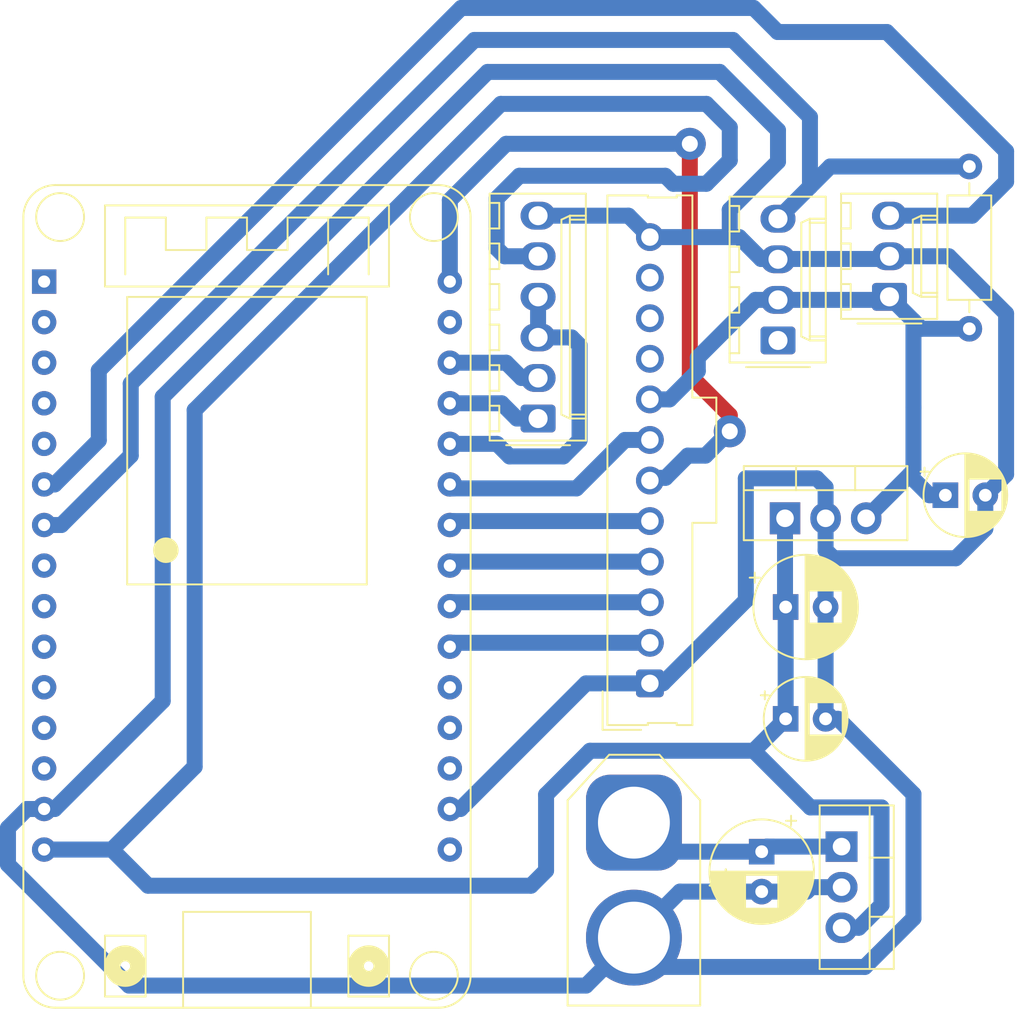
<source format=kicad_pcb>
(kicad_pcb (version 20241229) (generator "pcbnew") (generator_version "9.0")
  (layers (0 "F.Cu" signal) (2 "B.Cu" signal) (13 "F.Paste" user) (15 "B.Paste" user) (5 "F.SilkS" user "F.Silkscreen") (7 "B.SilkS" user "B.Silkscreen") (1 "F.Mask" user) (3 "B.Mask" user) (25 "Edge.Cuts" user))
  (net 0 "")
  (net 2 "+3.3V")
  (net 3 "GND")
  (net 4 "MISO_SPI_LoRa")
  (net 5 "MOSI_SPI_LoRa")
  (net 6 "SCK_CLOCK_SPI_LoRa")
  (net 8 "IRQ_SPI_LoRa")
  (net 10 "NSS_SPI_LoRa")
  (net 11 "SIG_DHT22")
  (net 12 "SIG_Guva-s12s")
  (net 13 "DE{slash}RE_TTL")
  (net 14 "DI_TTL")
  (net 15 "RO_TTL")
  (net 16 "RST_LoRa")
  (net 17 "+5V")
  (net 34 "Net-(J1-Pin_1)")
  (footprint "Package_TO_SOT_THT:TO-220-3_Vertical" (layer "F.Cu") (at 110.5 98.5 -90)
    (property "Reference" "U3" (hide yes))
    (property "Value" "LM7805_TO220")
    (pad "1" thru_hole rect (at 0 0 270) (size 1.905 2) (drill 1.1) (layers "*.Cu" "*.Mask") (net 34 "Net-(J1-Pin_1)"))
    (pad "2" thru_hole oval (at 2.54 0 270) (size 1.905 2) (drill 1.1) (layers "*.Cu" "*.Mask") (net 3 "GND"))
    (pad "3" thru_hole oval (at 5.08 0 270) (size 1.905 2) (drill 1.1) (layers "*.Cu" "*.Mask") (net 17 "+5V"))
  )
  (footprint "esp32_devkit_v1_doit:esp32_devkit_v1_doit" (layer "F.Cu") (at 73.275225 63.125)
    (property "Reference" "U2" (hide yes))
    (property "Value" "ESP32_DevKit_V1_DOIT")
    (pad "1" thru_hole rect (at -12.7 0) (size 1.524 1.524) (drill 0.762) (layers "*.Cu" "*.Mask"))
    (pad "2" thru_hole circle (at -12.7 2.54) (size 1.524 1.524) (drill 0.762) (layers "*.Cu" "*.Mask"))
    (pad "3" thru_hole circle (at -12.7 5.08) (size 1.524 1.524) (drill 0.762) (layers "*.Cu" "*.Mask"))
    (pad "4" thru_hole circle (at -12.7 7.62) (size 1.524 1.524) (drill 0.762) (layers "*.Cu" "*.Mask"))
    (pad "5" thru_hole circle (at -12.7 10.16) (size 1.524 1.524) (drill 0.762) (layers "*.Cu" "*.Mask"))
    (pad "6" thru_hole circle (at -12.7 12.7) (size 1.524 1.524) (drill 0.762) (layers "*.Cu" "*.Mask") (net 12 "SIG_Guva-s12s"))
    (pad "7" thru_hole circle (at -12.7 15.24) (size 1.524 1.524) (drill 0.762) (layers "*.Cu" "*.Mask") (net 11 "SIG_DHT22"))
    (pad "8" thru_hole circle (at -12.7 17.78) (size 1.524 1.524) (drill 0.762) (layers "*.Cu" "*.Mask"))
    (pad "9" thru_hole circle (at -12.7 20.32) (size 1.524 1.524) (drill 0.762) (layers "*.Cu" "*.Mask"))
    (pad "10" thru_hole circle (at -12.7 22.86) (size 1.524 1.524) (drill 0.762) (layers "*.Cu" "*.Mask"))
    (pad "11" thru_hole circle (at -12.7 25.4) (size 1.524 1.524) (drill 0.762) (layers "*.Cu" "*.Mask"))
    (pad "12" thru_hole circle (at -12.7 27.94) (size 1.524 1.524) (drill 0.762) (layers "*.Cu" "*.Mask"))
    (pad "13" thru_hole circle (at -12.7 30.48) (size 1.524 1.524) (drill 0.762) (layers "*.Cu" "*.Mask"))
    (pad "14" thru_hole circle (at -12.7 33.02) (size 1.524 1.524) (drill 0.762) (layers "*.Cu" "*.Mask") (net 3 "GND"))
    (pad "15" thru_hole circle (at -12.7 35.56) (size 1.524 1.524) (drill 0.762) (layers "*.Cu" "*.Mask") (net 17 "+5V"))
    (pad "16" thru_hole circle (at 12.7 35.56) (size 1.524 1.524) (drill 0.762) (layers "*.Cu" "*.Mask"))
    (pad "17" thru_hole circle (at 12.7 33.02) (size 1.524 1.524) (drill 0.762) (layers "*.Cu" "*.Mask") (net 3 "GND"))
    (pad "18" thru_hole circle (at 12.7 30.48) (size 1.524 1.524) (drill 0.762) (layers "*.Cu" "*.Mask"))
    (pad "19" thru_hole circle (at 12.7 27.94) (size 1.524 1.524) (drill 0.762) (layers "*.Cu" "*.Mask"))
    (pad "20" thru_hole circle (at 12.7 25.4) (size 1.524 1.524) (drill 0.762) (layers "*.Cu" "*.Mask"))
    (pad "21" thru_hole circle (at 12.7 22.86) (size 1.524 1.524) (drill 0.762) (layers "*.Cu" "*.Mask") (net 16 "RST_LoRa"))
    (pad "22" thru_hole circle (at 12.7 20.32) (size 1.524 1.524) (drill 0.762) (layers "*.Cu" "*.Mask") (net 8 "IRQ_SPI_LoRa"))
    (pad "23" thru_hole circle (at 12.7 17.78) (size 1.524 1.524) (drill 0.762) (layers "*.Cu" "*.Mask") (net 10 "NSS_SPI_LoRa"))
    (pad "24" thru_hole circle (at 12.7 15.24) (size 1.524 1.524) (drill 0.762) (layers "*.Cu" "*.Mask") (net 6 "SCK_CLOCK_SPI_LoRa"))
    (pad "25" thru_hole circle (at 12.7 12.7) (size 1.524 1.524) (drill 0.762) (layers "*.Cu" "*.Mask") (net 4 "MISO_SPI_LoRa"))
    (pad "26" thru_hole circle (at 12.7 10.16) (size 1.524 1.524) (drill 0.762) (layers "*.Cu" "*.Mask") (net 13 "DE{slash}RE_TTL"))
    (pad "27" thru_hole circle (at 12.7 7.62) (size 1.524 1.524) (drill 0.762) (layers "*.Cu" "*.Mask") (net 15 "RO_TTL"))
    (pad "28" thru_hole circle (at 12.7 5.08) (size 1.524 1.524) (drill 0.762) (layers "*.Cu" "*.Mask") (net 14 "DI_TTL"))
    (pad "29" thru_hole circle (at 12.7 2.54) (size 1.524 1.524) (drill 0.762) (layers "*.Cu" "*.Mask"))
    (pad "30" thru_hole circle (at 12.7 0) (size 1.524 1.524) (drill 0.762) (layers "*.Cu" "*.Mask") (net 5 "MOSI_SPI_LoRa"))
  )
  (footprint "Capacitor_THT:CP_Radial_D6.3mm_P2.50mm" (layer "F.Cu") (at 105.5 98.817621 -90)
    (property "Reference" "C3" (hide yes))
    (property "Value" "100uf/25v")
    (pad "1" thru_hole rect (at 0 0 270) (size 1.6 1.6) (drill 0.8) (layers "*.Cu" "*.Mask") (net 34 "Net-(J1-Pin_1)"))
    (pad "2" thru_hole circle (at 2.5 0 270) (size 1.6 1.6) (drill 0.8) (layers "*.Cu" "*.Mask") (net 3 "GND"))
  )
  (footprint "Connector_AMASS:AMASS_XT60-F_1x02_P7.20mm_Vertical" (layer "F.Cu") (at 97.5 97 -90)
    (property "Reference" "J1" (at 3.6 -5.3 90) (layer "F.SilkS"))
    (property "Value" "cnn")
    (pad "1" thru_hole roundrect (at 0 0 270) (size 6 6) (drill 4.5) (layers "*.Cu" "*.Mask") (net 34 "Net-(J1-Pin_1)"))
    (pad "2" thru_hole circle (at 7.2 0 270) (size 6 6) (drill 4.5) (layers "*.Cu" "*.Mask") (net 3 "GND"))
  )
  (footprint "Connector_Molex:Molex_KK-254_AE-6410-03A_1x03_P2.54mm_Vertical" (layer "F.Cu") (at 113.5 64.08 90)
    (property "Reference" "J4" (hide yes))
    (property "Value" "Guva-s12s")
    (pad "1" thru_hole roundrect (at 0 0 90) (size 1.74 2.19) (drill 1.19) (layers "*.Cu" "*.Mask") (roundrect_rratio 0.143678) (net 2 "+3.3V"))
    (pad "2" thru_hole oval (at 2.54 0 90) (size 1.74 2.19) (drill 1.19) (layers "*.Cu" "*.Mask") (net 3 "GND"))
    (pad "3" thru_hole oval (at 5.08 0 90) (size 1.74 2.19) (drill 1.19) (layers "*.Cu" "*.Mask") (net 12 "SIG_Guva-s12s"))
  )
  (footprint "Package_TO_SOT_THT:TO-220-3_Vertical" (layer "F.Cu") (at 106.96 77.945)
    (property "Reference" "U1" (hide yes))
    (property "Value" "LM7833_TO220")
    (pad "1" thru_hole rect (at 0 0) (size 1.905 2) (drill 1.1) (layers "*.Cu" "*.Mask") (net 17 "+5V"))
    (pad "2" thru_hole oval (at 2.54 0) (size 1.905 2) (drill 1.1) (layers "*.Cu" "*.Mask") (net 3 "GND"))
    (pad "3" thru_hole oval (at 5.08 0) (size 1.905 2) (drill 1.1) (layers "*.Cu" "*.Mask") (net 2 "+3.3V"))
  )
  (footprint "Capacitor_THT:CP_Radial_D5.0mm_P2.50mm" (layer "F.Cu") (at 117 76.5)
    (property "Reference" "C2" (hide yes))
    (property "Value" "10uf/25v")
    (pad "1" thru_hole rect (at 0 0) (size 1.6 1.6) (drill 0.8) (layers "*.Cu" "*.Mask") (net 2 "+3.3V"))
    (pad "2" thru_hole circle (at 2.5 0) (size 1.6 1.6) (drill 0.8) (layers "*.Cu" "*.Mask") (net 3 "GND"))
  )
  (footprint "Capacitor_THT:CP_Radial_D5.0mm_P2.50mm" (layer "F.Cu") (at 107 90.5)
    (property "Reference" "C4" (hide yes))
    (property "Value" "10uf/25v")
    (pad "1" thru_hole rect (at 0 0) (size 1.6 1.6) (drill 0.8) (layers "*.Cu" "*.Mask") (net 17 "+5V"))
    (pad "2" thru_hole circle (at 2.5 0) (size 1.6 1.6) (drill 0.8) (layers "*.Cu" "*.Mask") (net 3 "GND"))
  )
  (footprint "Resistor_THT:R_Axial_DIN0207_L6.3mm_D2.5mm_P10.16mm_Horizontal" (layer "F.Cu") (at 118.5 55.92 -90)
    (property "Reference" "R1" (hide yes))
    (property "Value" "30k")
    (pad "1" thru_hole circle (at 0 0 270) (size 1.6 1.6) (drill 0.8) (layers "*.Cu" "*.Mask") (net 11 "SIG_DHT22"))
    (pad "2" thru_hole oval (at 10.16 0 270) (size 1.6 1.6) (drill 0.8) (layers "*.Cu" "*.Mask") (net 2 "+3.3V"))
  )
  (footprint "Connector_Molex:Molex_KK-254_AE-6410-06A_1x06_P2.54mm_Vertical" (layer "F.Cu") (at 91.5 71.7 90)
    (property "Reference" "J5" (hide yes))
    (property "Value" "convertidor_TTL")
    (pad "1" thru_hole roundrect (at 0 0 90) (size 1.74 2.19) (drill 1.19) (layers "*.Cu" "*.Mask") (roundrect_rratio 0.143678) (net 15 "RO_TTL"))
    (pad "2" thru_hole oval (at 2.54 0 90) (size 1.74 2.19) (drill 1.19) (layers "*.Cu" "*.Mask") (net 14 "DI_TTL"))
    (pad "3" thru_hole oval (at 5.08 0 90) (size 1.74 2.19) (drill 1.19) (layers "*.Cu" "*.Mask") (net 13 "DE{slash}RE_TTL"))
    (pad "4" thru_hole oval (at 7.62 0 90) (size 1.74 2.19) (drill 1.19) (layers "*.Cu" "*.Mask") (net 13 "DE{slash}RE_TTL"))
    (pad "5" thru_hole oval (at 10.16 0 90) (size 1.74 2.19) (drill 1.19) (layers "*.Cu" "*.Mask") (net 17 "+5V"))
    (pad "6" thru_hole oval (at 12.7 0 90) (size 1.74 2.19) (drill 1.19) (layers "*.Cu" "*.Mask") (net 3 "GND"))
  )
  (footprint "Capacitor_THT:CP_Radial_D6.3mm_P2.50mm" (layer "F.Cu") (at 107 83.5)
    (property "Reference" "C1" (hide yes))
    (property "Value" "100uf/25v")
    (pad "1" thru_hole rect (at 0 0) (size 1.6 1.6) (drill 0.8) (layers "*.Cu" "*.Mask") (net 17 "+5V"))
    (pad "2" thru_hole circle (at 2.5 0) (size 1.6 1.6) (drill 0.8) (layers "*.Cu" "*.Mask") (net 3 "GND"))
  )
  (footprint "Connector_Molex:Molex_SL_171971-0012_1x12_P2.54mm_Vertical" (layer "F.Cu") (at 98.5 88.28 90)
    (property "Reference" "J2" (hide yes))
    (property "Value" "conector paramodulo lora")
    (pad "1" thru_hole roundrect (at 0 0 90) (size 1.74 1.74) (drill 1.09) (layers "*.Cu" "*.Mask") (roundrect_rratio 0.143678) (net 3 "GND"))
    (pad "2" thru_hole circle (at 2.54 0 90) (size 1.74 1.74) (drill 1.09) (layers "*.Cu" "*.Mask") (net 16 "RST_LoRa"))
    (pad "3" thru_hole circle (at 5.08 0 90) (size 1.74 1.74) (drill 1.09) (layers "*.Cu" "*.Mask") (net 8 "IRQ_SPI_LoRa"))
    (pad "4" thru_hole circle (at 7.62 0 90) (size 1.74 1.74) (drill 1.09) (layers "*.Cu" "*.Mask") (net 10 "NSS_SPI_LoRa"))
    (pad "5" thru_hole circle (at 10.16 0 90) (size 1.74 1.74) (drill 1.09) (layers "*.Cu" "*.Mask") (net 6 "SCK_CLOCK_SPI_LoRa"))
    (pad "6" thru_hole circle (at 12.7 0 90) (size 1.74 1.74) (drill 1.09) (layers "*.Cu" "*.Mask") (net 5 "MOSI_SPI_LoRa"))
    (pad "7" thru_hole circle (at 15.24 0 90) (size 1.74 1.74) (drill 1.09) (layers "*.Cu" "*.Mask") (net 4 "MISO_SPI_LoRa"))
    (pad "8" thru_hole circle (at 17.78 0 90) (size 1.74 1.74) (drill 1.09) (layers "*.Cu" "*.Mask") (net 2 "+3.3V"))
    (pad "9" thru_hole circle (at 20.32 0 90) (size 1.74 1.74) (drill 1.09) (layers "*.Cu" "*.Mask"))
    (pad "10" thru_hole circle (at 22.86 0 90) (size 1.74 1.74) (drill 1.09) (layers "*.Cu" "*.Mask"))
    (pad "11" thru_hole circle (at 25.4 0 90) (size 1.74 1.74) (drill 1.09) (layers "*.Cu" "*.Mask"))
    (pad "12" thru_hole circle (at 27.94 0 90) (size 1.74 1.74) (drill 1.09) (layers "*.Cu" "*.Mask") (net 3 "GND"))
  )
  (footprint "Connector_Molex:Molex_KK-254_AE-6410-04A_1x04_P2.54mm_Vertical" (layer "F.Cu") (at 106.52 66.81 90)
    (property "Reference" "J3" (hide yes))
    (property "Value" "dht22")
    (pad "1" thru_hole roundrect (at 0 0 90) (size 1.74 2.19) (drill 1.19) (layers "*.Cu" "*.Mask") (roundrect_rratio 0.143678))
    (pad "2" thru_hole oval (at 2.54 0 90) (size 1.74 2.19) (drill 1.19) (layers "*.Cu" "*.Mask") (net 2 "+3.3V"))
    (pad "3" thru_hole oval (at 5.08 0 90) (size 1.74 2.19) (drill 1.19) (layers "*.Cu" "*.Mask") (net 3 "GND"))
    (pad "4" thru_hole oval (at 7.62 0 90) (size 1.74 2.19) (drill 1.19) (layers "*.Cu" "*.Mask") (net 11 "SIG_DHT22"))
  )
  (segment (start 115.001 65.581) (end 115.001 71) (width 1) (layer "B.Cu") (net 2))
  (segment (start 113.5 64.08) (end 115.001 65.581) (width 1) (layer "B.Cu") (net 2))
  (segment (start 113.31 64.27) (end 113.5 64.08) (width 1) (layer "B.Cu") (net 2))
  (segment (start 101.5 68.730365) (end 101.5 67.881786) (width 1) (layer "B.Cu") (net 2))
  (segment (start 114.7425 75.2425) (end 116 76.5) (width 1) (layer "B.Cu") (net 2))
  (segment (start 115.001 71) (end 115.001 74.984) (width 1) (layer "B.Cu") (net 2))
  (segment (start 115.001 74.984) (end 114.7425 75.2425) (width 1) (layer "B.Cu") (net 2))
  (segment (start 118.5 66.08) (end 115.5 66.08) (width 1) (layer "B.Cu") (net 2))
  (segment (start 115.5 66.08) (end 115.001 65.581) (width 1) (layer "B.Cu") (net 2))
  (segment (start 116 76.5) (end 117 76.5) (width 1) (layer "B.Cu") (net 2))
  (segment (start 114.7425 75.2425) (end 112.04 77.945) (width 1) (layer "B.Cu") (net 2))
  (segment (start 99.730365 70.5) (end 101.5 68.730365) (width 1) (layer "B.Cu") (net 2))
  (segment (start 98.5 70.5) (end 99.730365 70.5) (width 1) (layer "B.Cu") (net 2))
  (segment (start 105.111786 64.27) (end 113.31 64.27) (width 1) (layer "B.Cu") (net 2))
  (segment (start 101.5 67.881786) (end 105.111786 64.27) (width 1) (layer "B.Cu") (net 2))
  (segment (start 110.5 101.04) (end 108.595 101.04) (width 1) (layer "B.Cu") (net 3))
  (segment (start 99.3335 106.0335) (end 97.5 104.2) (width 1) (layer "B.Cu") (net 3))
  (segment (start 67.999 70.341317) (end 88.342317 49.998) (width 1) (layer "B.Cu") (net 3))
  (segment (start 105.5 101.317621) (end 100.382379 101.317621) (width 1) (layer "B.Cu") (net 3))
  (segment (start 94.5 107.2) (end 97.5 104.2) (width 1) (layer "B.Cu") (net 3))
  (segment (start 88.342317 49.998) (end 102.864791 49.998) (width 1) (layer "B.Cu") (net 3))
  (segment (start 106.52 55.6119) (end 103.5 58.6319) (width 1) (layer "B.Cu") (net 3))
  (segment (start 117.214106 61.54) (end 120.801 65.126894) (width 1) (layer "B.Cu") (net 3))
  (segment (start 65.889859 107.2) (end 94.5 107.2) (width 1) (layer "B.Cu") (net 3))
  (segment (start 86.635591 96.145) (end 85.975225 96.145) (width 1) (layer "B.Cu") (net 3))
  (segment (start 60.575225 96.145) (end 59.497595 96.145) (width 1) (layer "B.Cu") (net 3))
  (segment (start 58.312225 99.622366) (end 65.889859 107.2) (width 1) (layer "B.Cu") (net 3))
  (segment (start 98.5 88.28) (end 99.313101 88.28) (width 1) (layer "B.Cu") (net 3))
  (segment (start 113.331 61.709) (end 113.5 61.54) (width 1) (layer "B.Cu") (net 3))
  (segment (start 94.500591 88.28) (end 86.635591 96.145) (width 1) (layer "B.Cu") (net 3))
  (segment (start 120.801 75.199) (end 119.5 76.5) (width 1) (layer "B.Cu") (net 3))
  (segment (start 60.575225 96.145) (end 61.235591 96.145) (width 1) (layer "B.Cu") (net 3))
  (segment (start 98.5 88.28) (end 94.500591 88.28) (width 1) (layer "B.Cu") (net 3))
  (segment (start 105.4609 61.709) (end 113.331 61.709) (width 1) (layer "B.Cu") (net 3))
  (segment (start 97.16 59) (end 98.5 60.34) (width 1) (layer "B.Cu") (net 3))
  (segment (start 108.595 101.04) (end 108.317379 101.317621) (width 1) (layer "B.Cu") (net 3))
  (segment (start 59.497595 96.145) (end 58.312225 97.33037) (width 1) (layer "B.Cu") (net 3))
  (segment (start 109.5 83.5) (end 109.5 90.5) (width 1) (layer "B.Cu") (net 3))
  (segment (start 110.001 80.446) (end 109.5 79.945) (width 1) (layer "B.Cu") (net 3))
  (segment (start 115.002 102.987842) (end 111.956342 106.0335) (width 1) (layer "B.Cu") (net 3))
  (segment (start 119.5 78.602) (end 117.656 80.446) (width 1) (layer "B.Cu") (net 3))
  (segment (start 100.382379 101.317621) (end 97.5 104.2) (width 1) (layer "B.Cu") (net 3))
  (segment (start 104.0919 60.34) (end 105.4609 61.709) (width 1) (layer "B.Cu") (net 3))
  (segment (start 111.956342 106.0335) (end 99.3335 106.0335) (width 1) (layer "B.Cu") (net 3))
  (segment (start 91.5 59) (end 97.16 59) (width 1) (layer "B.Cu") (net 3))
  (segment (start 109.5 90.5) (end 110.284341 90.5) (width 1) (layer "B.Cu") (net 3))
  (segment (start 119.5 76.5) (end 119.5 78.602) (width 1) (layer "B.Cu") (net 3))
  (segment (start 106.52 53.653209) (end 106.52 55.6119) (width 1) (layer "B.Cu") (net 3))
  (segment (start 120.801 65.126894) (end 120.801 75.199) (width 1) (layer "B.Cu") (net 3))
  (segment (start 58.312225 97.33037) (end 58.312225 99.622366) (width 1) (layer "B.Cu") (net 3))
  (segment (start 108.944 75.444) (end 109.5 76) (width 1) (layer "B.Cu") (net 3))
  (segment (start 110.284341 90.5) (end 115.002 95.217659) (width 1) (layer "B.Cu") (net 3))
  (segment (start 108.317379 101.317621) (end 105.5 101.317621) (width 1) (layer "B.Cu") (net 3))
  (segment (start 98.5 60.34) (end 103.5 60.34) (width 1) (layer "B.Cu") (net 3))
  (segment (start 99.313101 88.28) (end 104.5065 83.086601) (width 1) (layer "B.Cu") (net 3))
  (segment (start 109.5 76) (end 109.5 77.945) (width 1) (layer "B.Cu") (net 3))
  (segment (start 102.864791 49.998) (end 106.52 53.653209) (width 1) (layer "B.Cu") (net 3))
  (segment (start 104.5065 83.086601) (end 104.5065 75.444) (width 1) (layer "B.Cu") (net 3))
  (segment (start 117.656 80.446) (end 110.001 80.446) (width 1) (layer "B.Cu") (net 3))
  (segment (start 67.999 89.381591) (end 67.999 70.341317) (width 1) (layer "B.Cu") (net 3))
  (segment (start 115.002 95.217659) (end 115.002 102.987842) (width 1) (layer "B.Cu") (net 3))
  (segment (start 113.5 61.54) (end 117.214106 61.54) (width 1) (layer "B.Cu") (net 3))
  (segment (start 103.5 60.34) (end 104.0919 60.34) (width 1) (layer "B.Cu") (net 3))
  (segment (start 110.001 80.446) (end 109.5 80.947) (width 1) (layer "B.Cu") (net 3))
  (segment (start 109.5 80.947) (end 109.5 83.5) (width 1) (layer "B.Cu") (net 3))
  (segment (start 103.5 58.6319) (end 103.5 60.34) (width 1) (layer "B.Cu") (net 3))
  (segment (start 104.5065 75.444) (end 108.944 75.444) (width 1) (layer "B.Cu") (net 3))
  (segment (start 61.235591 96.145) (end 67.999 89.381591) (width 1) (layer "B.Cu") (net 3))
  (segment (start 109.5 79.945) (end 109.5 77.945) (width 1) (layer "B.Cu") (net 3))
  (segment (start 93.906055 76.072) (end 86.222225 76.072) (width 1) (layer "B.Cu") (net 4))
  (segment (start 96.938055 73.04) (end 93.906055 76.072) (width 1) (layer "B.Cu") (net 4))
  (segment (start 86.222225 76.072) (end 85.975225 75.825) (width 1) (layer "B.Cu") (net 4))
  (segment (start 98.5 73.04) (end 96.938055 73.04) (width 1) (layer "B.Cu") (net 4))
  (segment (start 103.5 71.492242) (end 101 68.992242) (width 1) (layer "F.Cu") (net 5))
  (segment (start 103.5 72.5) (end 103.5 71.492242) (width 1) (layer "F.Cu") (net 5))
  (segment (start 101 68.992242) (end 101 54.5) (width 1) (layer "F.Cu") (net 5))
  (via (at 103.5 72.5) (size 2) (drill 1) (layers "F.Cu" "B.Cu") (net 5))
  (via (at 101 54.5) (size 2) (drill 1) (layers "F.Cu" "B.Cu") (net 5))
  (segment (start 101 54.5) (end 89.5 54.5) (width 1) (layer "B.Cu") (net 5))
  (segment (start 89.5 54.5) (end 85.975225 58.024775) (width 1) (layer "B.Cu") (net 5))
  (segment (start 103.5 72.5) (end 101.977899 74.022101) (width 1) (layer "B.Cu") (net 5))
  (segment (start 101.977899 74.022101) (end 100.871 74.022101) (width 1) (layer "B.Cu") (net 5))
  (segment (start 99.482101 75.411) (end 98.5 75.411) (width 1) (layer "B.Cu") (net 5))
  (segment (start 98.5 75.411) (end 98.5 75.58) (width 1) (layer "B.Cu") (net 5))
  (segment (start 100.871 74.022101) (end 99.482101 75.411) (width 1) (layer "B.Cu") (net 5))
  (segment (start 85.975225 58.024775) (end 85.975225 63.125) (width 1) (layer "B.Cu") (net 5))
  (segment (start 86.220225 78.12) (end 85.975225 78.365) (width 1) (layer "B.Cu") (net 6))
  (segment (start 98.5 78.12) (end 86.220225 78.12) (width 1) (layer "B.Cu") (net 6))
  (segment (start 86.220225 83.2) (end 85.975225 83.445) (width 1) (layer "B.Cu") (net 8))
  (segment (start 98.5 83.2) (end 86.220225 83.2) (width 1) (layer "B.Cu") (net 8))
  (segment (start 86.220225 80.66) (end 98.5 80.66) (width 1) (layer "B.Cu") (net 10))
  (segment (start 85.975225 80.905) (end 86.220225 80.66) (width 1) (layer "B.Cu") (net 10))
  (segment (start 106.52 59.19) (end 108.521 57.189) (width 1) (layer "B.Cu") (net 11))
  (segment (start 61.652855 78.365) (end 60.575225 78.365) (width 1) (layer "B.Cu") (net 11))
  (segment (start 108.521 52.824367) (end 103.693633 47.997) (width 1) (layer "B.Cu") (net 11))
  (segment (start 118.5 55.92) (end 109.79 55.92) (width 1) (layer "B.Cu") (net 11))
  (segment (start 65.998 69.512476) (end 65.998 74.019855) (width 1) (layer "B.Cu") (net 11))
  (segment (start 103.693633 47.997) (end 87.513475 47.997) (width 1) (layer "B.Cu") (net 11))
  (segment (start 65.998 74.019855) (end 61.652855 78.365) (width 1) (layer "B.Cu") (net 11))
  (segment (start 108.521 57.189) (end 108.521 52.824367) (width 1) (layer "B.Cu") (net 11))
  (segment (start 109.79 55.92) (end 108.521 57.189) (width 1) (layer "B.Cu") (net 11))
  (segment (start 87.513475 47.997) (end 65.998 69.512476) (width 1) (layer "B.Cu") (net 11))
  (segment (start 63.997 68.683634) (end 86.684634 45.996) (width 1) (layer "B.Cu") (net 12))
  (segment (start 118.674106 59) (end 113.5 59) (width 1) (layer "B.Cu") (net 12))
  (segment (start 104.996 45.996) (end 106.5 47.5) (width 1) (layer "B.Cu") (net 12))
  (segment (start 120.801 56.873106) (end 118.674106 59) (width 1) (layer "B.Cu") (net 12))
  (segment (start 106.5 47.5) (end 113.334106 47.5) (width 1) (layer "B.Cu") (net 12))
  (segment (start 120.801 54.966894) (end 120.801 56.873106) (width 1) (layer "B.Cu") (net 12))
  (segment (start 86.684634 45.996) (end 104.996 45.996) (width 1) (layer "B.Cu") (net 12))
  (segment (start 113.334106 47.5) (end 120.801 54.966894) (width 1) (layer "B.Cu") (net 12))
  (segment (start 63.997 73.063591) (end 63.997 68.683634) (width 1) (layer "B.Cu") (net 12))
  (segment (start 60.575225 75.825) (end 61.235591 75.825) (width 1) (layer "B.Cu") (net 12))
  (segment (start 61.235591 75.825) (end 63.997 73.063591) (width 1) (layer "B.Cu") (net 12))
  (segment (start 94.096 73.052214) (end 93.077214 74.071) (width 1) (layer "B.Cu") (net 13))
  (segment (start 94.096 67.121) (end 94.096 73.052214) (width 1) (layer "B.Cu") (net 13))
  (segment (start 88.927217 73.285) (end 85.975225 73.285) (width 1) (layer "B.Cu") (net 13))
  (segment (start 91.5 64.08) (end 91.5 66.62) (width 1) (layer "B.Cu") (net 13))
  (segment (start 89.713217 74.071) (end 88.927217 73.285) (width 1) (layer "B.Cu") (net 13))
  (segment (start 93.077214 74.071) (end 89.713217 74.071) (width 1) (layer "B.Cu") (net 13))
  (segment (start 93.595 66.62) (end 94.096 67.121) (width 1) (layer "B.Cu") (net 13))
  (segment (start 91.5 66.62) (end 93.595 66.62) (width 1) (layer "B.Cu") (net 13))
  (segment (start 89.5069 68.205) (end 90.4619 69.16) (width 1) (layer "B.Cu") (net 14))
  (segment (start 85.975225 68.205) (end 89.5069 68.205) (width 1) (layer "B.Cu") (net 14))
  (segment (start 90.4619 69.16) (end 91.5 69.16) (width 1) (layer "B.Cu") (net 14))
  (segment (start 85.975225 70.745) (end 89.217058 70.745) (width 1) (layer "B.Cu") (net 15))
  (segment (start 90.172058 71.7) (end 91.5 71.7) (width 1) (layer "B.Cu") (net 15))
  (segment (start 89.217058 70.745) (end 90.172058 71.7) (width 1) (layer "B.Cu") (net 15))
  (segment (start 85.975225 85.985) (end 86.220225 85.74) (width 1) (layer "B.Cu") (net 16))
  (segment (start 86.220225 85.74) (end 98.5 85.74) (width 1) (layer "B.Cu") (net 16))
  (segment (start 64.815 98.685) (end 67.078 100.948) (width 1) (layer "B.Cu") (net 17))
  (segment (start 108.5485 96.0465) (end 113.001 96.0465) (width 1) (layer "B.Cu") (net 17))
  (segment (start 88.904 57.925842) (end 90.328842 56.501) (width 1) (layer "B.Cu") (net 17))
  (segment (start 60.575225 98.685) (end 64.815 98.685) (width 1) (layer "B.Cu") (net 17))
  (segment (start 103.501 55.535949) (end 103.501 53.464051) (width 1) (layer "B.Cu") (net 17))
  (segment (start 89.171159 51.999) (end 70 71.170159) (width 1) (layer "B.Cu") (net 17))
  (segment (start 67.078 100.948) (end 91.052 100.948) (width 1) (layer "B.Cu") (net 17))
  (segment (start 88.904 61.039) (end 88.904 57.925842) (width 1) (layer "B.Cu") (net 17))
  (segment (start 102.035949 51.999) (end 89.171159 51.999) (width 1) (layer "B.Cu") (net 17))
  (segment (start 113.001 96.0465) (end 113.001 102.159) (width 1) (layer "B.Cu") (net 17))
  (segment (start 89.405 61.54) (end 88.904 61.039) (width 1) (layer "B.Cu") (net 17))
  (segment (start 113.001 102.159) (end 111.58 103.58) (width 1) (layer "B.Cu") (net 17))
  (segment (start 91.052 100.948) (end 92 100) (width 1) (layer "B.Cu") (net 17))
  (segment (start 106.96 77.945) (end 106.96 83.46) (width 1) (layer "B.Cu") (net 17))
  (segment (start 103.501 53.464051) (end 102.035949 51.999) (width 1) (layer "B.Cu") (net 17))
  (segment (start 102.035949 57.001) (end 103.501 55.535949) (width 1) (layer "B.Cu") (net 17))
  (segment (start 92 95.248674) (end 94.749674 92.499) (width 1) (layer "B.Cu") (net 17))
  (segment (start 107 90.5) (end 107 83.5) (width 1) (layer "B.Cu") (net 17))
  (segment (start 64.815 98.685) (end 70 93.5) (width 1) (layer "B.Cu") (net 17))
  (segment (start 99.464051 56.501) (end 99.964051 57.001) (width 1) (layer "B.Cu") (net 17))
  (segment (start 92 100) (end 92 95.248674) (width 1) (layer "B.Cu") (net 17))
  (segment (start 70 71.170159) (end 70 93.5) (width 1) (layer "B.Cu") (net 17))
  (segment (start 106.96 83.46) (end 107 83.5) (width 1) (layer "B.Cu") (net 17))
  (segment (start 111.58 103.58) (end 110.5 103.58) (width 1) (layer "B.Cu") (net 17))
  (segment (start 99.964051 57.001) (end 102.035949 57.001) (width 1) (layer "B.Cu") (net 17))
  (segment (start 91.5 61.54) (end 89.405 61.54) (width 1) (layer "B.Cu") (net 17))
  (segment (start 105.001 92.499) (end 107 90.5) (width 1) (layer "B.Cu") (net 17))
  (segment (start 105.001 92.499) (end 108.5485 96.0465) (width 1) (layer "B.Cu") (net 17))
  (segment (start 90.328842 56.501) (end 99.464051 56.501) (width 1) (layer "B.Cu") (net 17))
  (segment (start 94.749674 92.499) (end 105.001 92.499) (width 1) (layer "B.Cu") (net 17))
  (segment (start 105.817621 98.5) (end 105.5 98.817621) (width 1) (layer "B.Cu") (net 34))
  (segment (start 105.5 98.817621) (end 95.417621 98.817621) (width 1) (layer "B.Cu") (net 34))
  (segment (start 110.5 98.5) (end 105.817621 98.5) (width 1) (layer "B.Cu") (net 34))
)
</source>
